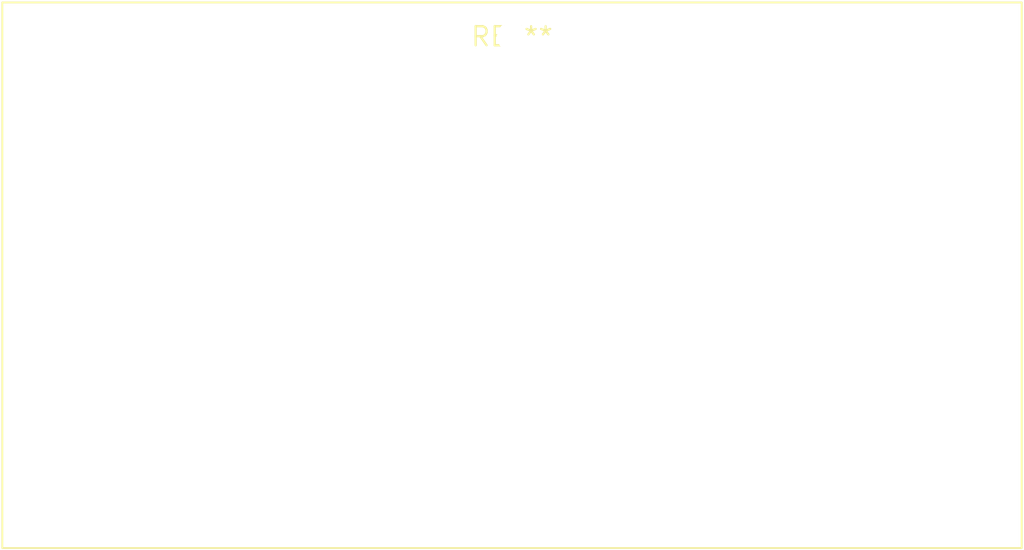
<source format=kicad_pcb>
(kicad_pcb (version 20240108) (generator pcbnew)
  (layers (0 "F.Cu" signal) (31 "B.Cu" signal) (34 "B.Paste" user) (35 "F.Paste" user) (36 "B.SilkS" user "B.Silkscreen") (37 "F.SilkS" user "F.Silkscreen") (38 "B.Mask" user) (39 "F.Mask" user) (44 "Edge.Cuts" user))
  (net 0 "")
  (footprint "L_Toroid_Vertical_L67.6mm_W36.1mm_P31.80mm_Vishay_TJ9" (layer "F.Cu") (at 0 0)
    (property "Reference" "REF**")
    (property "Value" "L_Toroid_Vertical_L67.6mm_W36.1mm_P31.80mm_Vishay_TJ9")
    (fp_line (start -33.92 -2.27) (end -33.92 34.07) (layer "F.SilkS") (stroke (width 0.12)))
    (fp_line (start -33.92 -2.27) (end 33.92 -2.27) (layer "F.SilkS") (stroke (width 0.12)))
    (fp_line (start -33.92 34.07) (end 33.92 34.07) (layer "F.SilkS") (stroke (width 0.12)))
    (fp_line (start 33.92 -2.27) (end 33.92 34.07) (layer "F.SilkS") (stroke (width 0.12)))
    (pad "1" thru_hole circle (at 0 0) (size 4 4) (drill 2) (layers *.Cu *.Mask) (remove_unused_layers))
    (pad "2" thru_hole circle (at 0 31.8) (size 4 4) (drill 2) (layers *.Cu *.Mask) (remove_unused_layers))
  )
)
</source>
